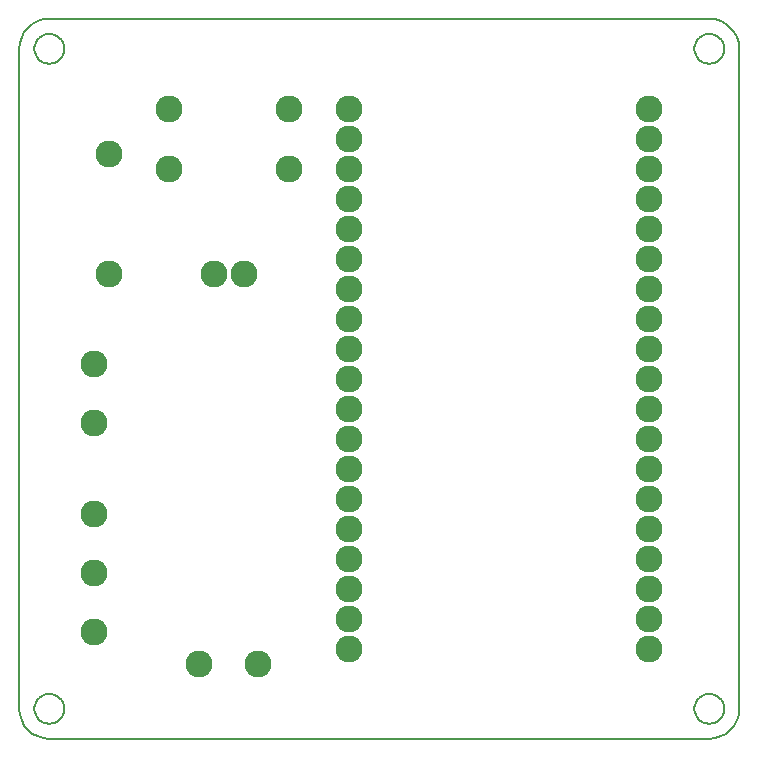
<source format=gbr>
G04 PROTEUS GERBER X2 FILE*
%TF.GenerationSoftware,Labcenter,Proteus,8.17-SP2-Build37159*%
%TF.CreationDate,2024-06-14T20:57:10+00:00*%
%TF.FileFunction,Soldermask,Bot*%
%TF.FilePolarity,Negative*%
%TF.Part,Single*%
%TF.SameCoordinates,{55591e3b-a6ba-419d-b1af-bbe9e4acfd0b}*%
%FSLAX45Y45*%
%MOMM*%
G01*
%TA.AperFunction,Material*%
%ADD17C,2.286000*%
%TA.AperFunction,Profile*%
%ADD11C,0.203200*%
%TD.AperFunction*%
D17*
X-254000Y-2286000D03*
X-254000Y-2032000D03*
X-254000Y-1778000D03*
X-254000Y-1524000D03*
X-254000Y-1270000D03*
X-254000Y-1016000D03*
X-254000Y-762000D03*
X-254000Y-508000D03*
X-254000Y-254000D03*
X-254000Y+0D03*
X-254000Y+254000D03*
X-254000Y+508000D03*
X-254000Y+762000D03*
X-254000Y+1016000D03*
X-254000Y+1270000D03*
X-254000Y+1524000D03*
X-254000Y+1778000D03*
X-254000Y+2032000D03*
X-254000Y+2286000D03*
X+2286000Y-2286000D03*
X+2286000Y-2032000D03*
X+2286000Y-1778000D03*
X+2286000Y-1524000D03*
X+2286000Y-1270000D03*
X+2286000Y-1016000D03*
X+2286000Y-762000D03*
X+2286000Y-508000D03*
X+2286000Y-254000D03*
X+2286000Y+0D03*
X+2286000Y+254000D03*
X+2286000Y+508000D03*
X+2286000Y+762000D03*
X+2286000Y+1016000D03*
X+2286000Y+1270000D03*
X+2286000Y+1524000D03*
X+2286000Y+1778000D03*
X+2286000Y+2032000D03*
X+2286000Y+2286000D03*
X-2413000Y+127000D03*
X-2413000Y-373000D03*
X-1397000Y+889000D03*
X-1143000Y+889000D03*
X-1778000Y+2286000D03*
X-762000Y+2286000D03*
X-1778000Y+1778000D03*
X-762000Y+1778000D03*
X-2286000Y+889000D03*
X-2286000Y+1905000D03*
X-2413000Y-1143000D03*
X-2413000Y-1643000D03*
X-2413000Y-2143000D03*
X-1524000Y-2413000D03*
X-1024000Y-2413000D03*
D11*
X+2921000Y-2794000D02*
X+2920573Y-2783591D01*
X+2917101Y-2762772D01*
X+2909845Y-2741953D01*
X+2898017Y-2721134D01*
X+2879920Y-2700476D01*
X+2859101Y-2684955D01*
X+2838282Y-2674970D01*
X+2817463Y-2669186D01*
X+2796644Y-2667028D01*
X+2794000Y-2667000D01*
X+2667000Y-2794000D02*
X+2667427Y-2783591D01*
X+2670899Y-2762772D01*
X+2678155Y-2741953D01*
X+2689983Y-2721134D01*
X+2708080Y-2700476D01*
X+2728899Y-2684955D01*
X+2749718Y-2674970D01*
X+2770537Y-2669186D01*
X+2791356Y-2667028D01*
X+2794000Y-2667000D01*
X+2667000Y-2794000D02*
X+2667427Y-2804409D01*
X+2670899Y-2825228D01*
X+2678155Y-2846047D01*
X+2689983Y-2866866D01*
X+2708080Y-2887524D01*
X+2728899Y-2903045D01*
X+2749718Y-2913030D01*
X+2770537Y-2918814D01*
X+2791356Y-2920972D01*
X+2794000Y-2921000D01*
X+2921000Y-2794000D02*
X+2920573Y-2804409D01*
X+2917101Y-2825228D01*
X+2909845Y-2846047D01*
X+2898017Y-2866866D01*
X+2879920Y-2887524D01*
X+2859101Y-2903045D01*
X+2838282Y-2913030D01*
X+2817463Y-2918814D01*
X+2796644Y-2920972D01*
X+2794000Y-2921000D01*
X-2667000Y-2794000D02*
X-2667427Y-2783591D01*
X-2670899Y-2762772D01*
X-2678155Y-2741953D01*
X-2689983Y-2721134D01*
X-2708080Y-2700476D01*
X-2728899Y-2684955D01*
X-2749718Y-2674970D01*
X-2770537Y-2669186D01*
X-2791356Y-2667028D01*
X-2794000Y-2667000D01*
X-2921000Y-2794000D02*
X-2920573Y-2783591D01*
X-2917101Y-2762772D01*
X-2909845Y-2741953D01*
X-2898017Y-2721134D01*
X-2879920Y-2700476D01*
X-2859101Y-2684955D01*
X-2838282Y-2674970D01*
X-2817463Y-2669186D01*
X-2796644Y-2667028D01*
X-2794000Y-2667000D01*
X-2921000Y-2794000D02*
X-2920573Y-2804409D01*
X-2917101Y-2825228D01*
X-2909845Y-2846047D01*
X-2898017Y-2866866D01*
X-2879920Y-2887524D01*
X-2859101Y-2903045D01*
X-2838282Y-2913030D01*
X-2817463Y-2918814D01*
X-2796644Y-2920972D01*
X-2794000Y-2921000D01*
X-2667000Y-2794000D02*
X-2667427Y-2804409D01*
X-2670899Y-2825228D01*
X-2678155Y-2846047D01*
X-2689983Y-2866866D01*
X-2708080Y-2887524D01*
X-2728899Y-2903045D01*
X-2749718Y-2913030D01*
X-2770537Y-2918814D01*
X-2791356Y-2920972D01*
X-2794000Y-2921000D01*
X-2667000Y+2794000D02*
X-2667427Y+2804409D01*
X-2670899Y+2825228D01*
X-2678155Y+2846047D01*
X-2689983Y+2866866D01*
X-2708080Y+2887524D01*
X-2728899Y+2903045D01*
X-2749718Y+2913030D01*
X-2770537Y+2918814D01*
X-2791356Y+2920972D01*
X-2794000Y+2921000D01*
X-2921000Y+2794000D02*
X-2920573Y+2804409D01*
X-2917101Y+2825228D01*
X-2909845Y+2846047D01*
X-2898017Y+2866866D01*
X-2879920Y+2887524D01*
X-2859101Y+2903045D01*
X-2838282Y+2913030D01*
X-2817463Y+2918814D01*
X-2796644Y+2920972D01*
X-2794000Y+2921000D01*
X-2921000Y+2794000D02*
X-2920573Y+2783591D01*
X-2917101Y+2762772D01*
X-2909845Y+2741953D01*
X-2898017Y+2721134D01*
X-2879920Y+2700476D01*
X-2859101Y+2684955D01*
X-2838282Y+2674970D01*
X-2817463Y+2669186D01*
X-2796644Y+2667028D01*
X-2794000Y+2667000D01*
X-2667000Y+2794000D02*
X-2667427Y+2783591D01*
X-2670899Y+2762772D01*
X-2678155Y+2741953D01*
X-2689983Y+2721134D01*
X-2708080Y+2700476D01*
X-2728899Y+2684955D01*
X-2749718Y+2674970D01*
X-2770537Y+2669186D01*
X-2791356Y+2667028D01*
X-2794000Y+2667000D01*
X+2921000Y+2794000D02*
X+2920573Y+2804409D01*
X+2917101Y+2825228D01*
X+2909845Y+2846047D01*
X+2898017Y+2866866D01*
X+2879920Y+2887524D01*
X+2859101Y+2903045D01*
X+2838282Y+2913030D01*
X+2817463Y+2918814D01*
X+2796644Y+2920972D01*
X+2794000Y+2921000D01*
X+2667000Y+2794000D02*
X+2667427Y+2804409D01*
X+2670899Y+2825228D01*
X+2678155Y+2846047D01*
X+2689983Y+2866866D01*
X+2708080Y+2887524D01*
X+2728899Y+2903045D01*
X+2749718Y+2913030D01*
X+2770537Y+2918814D01*
X+2791356Y+2920972D01*
X+2794000Y+2921000D01*
X+2667000Y+2794000D02*
X+2667427Y+2783591D01*
X+2670899Y+2762772D01*
X+2678155Y+2741953D01*
X+2689983Y+2721134D01*
X+2708080Y+2700476D01*
X+2728899Y+2684955D01*
X+2749718Y+2674970D01*
X+2770537Y+2669186D01*
X+2791356Y+2667028D01*
X+2794000Y+2667000D01*
X+2921000Y+2794000D02*
X+2920573Y+2783591D01*
X+2917101Y+2762772D01*
X+2909845Y+2741953D01*
X+2898017Y+2721134D01*
X+2879920Y+2700476D01*
X+2859101Y+2684955D01*
X+2838282Y+2674970D01*
X+2817463Y+2669186D01*
X+2796644Y+2667028D01*
X+2794000Y+2667000D01*
X-2794000Y-3048000D02*
X-2845183Y-3042839D01*
X-2892859Y-3028036D01*
X-2936004Y-3004615D01*
X-2973597Y-2973597D01*
X-3004615Y-2936004D01*
X-3028036Y-2892859D01*
X-3042839Y-2845183D01*
X-3048000Y-2794000D01*
X+2794000Y-3048000D02*
X+2845183Y-3042839D01*
X+2892859Y-3028036D01*
X+2936004Y-3004615D01*
X+2973597Y-2973597D01*
X+3004615Y-2936004D01*
X+3028036Y-2892859D01*
X+3042839Y-2845183D01*
X+3048000Y-2794000D01*
X+3048000Y+2794000D02*
X+3042839Y+2845183D01*
X+3028036Y+2892859D01*
X+3004615Y+2936004D01*
X+2973597Y+2973597D01*
X+2936004Y+3004615D01*
X+2892859Y+3028036D01*
X+2845183Y+3042839D01*
X+2794000Y+3048000D01*
X-3048000Y+2794000D02*
X-3042839Y+2845183D01*
X-3028036Y+2892859D01*
X-3004615Y+2936004D01*
X-2973597Y+2973597D01*
X-2936004Y+3004615D01*
X-2892859Y+3028036D01*
X-2845183Y+3042839D01*
X-2794000Y+3048000D01*
X-3048000Y+2794000D02*
X-3048000Y-2794000D01*
X-2794000Y-3048000D02*
X+2794000Y-3048000D01*
X+3048000Y-2794000D02*
X+3048000Y+2794000D01*
X+2794000Y+3048000D02*
X-2794000Y+3048000D01*
M02*

</source>
